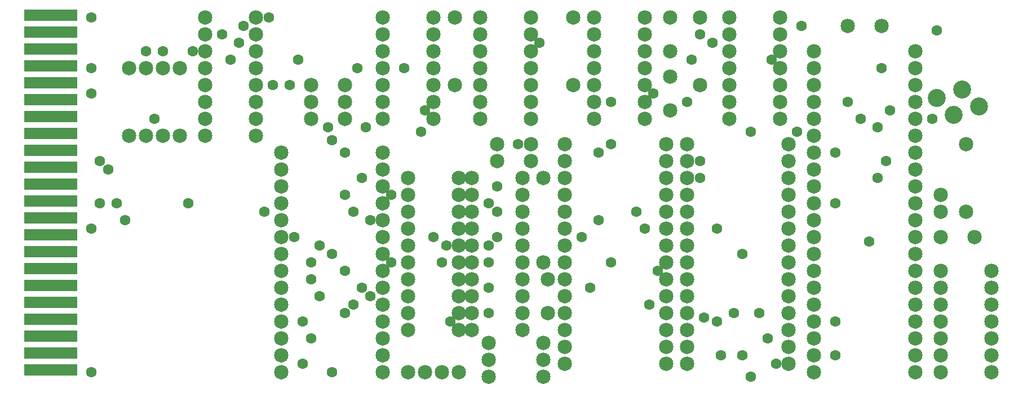
<source format=gbr>
%FSLAX34Y34*%
%MOMM*%
%LNSOLDERMASK_TOP*%
G71*
G01*
%ADD10C,2.160*%
%ADD11C,2.700*%
%ADD12C,1.600*%
%ADD13R,8.000X1.800*%
%LPD*%
X279400Y939800D02*
G54D10*
D03*
X279400Y965200D02*
G54D10*
D03*
X279400Y914400D02*
G54D10*
D03*
X279400Y889000D02*
G54D10*
D03*
X279400Y863600D02*
G54D10*
D03*
X279400Y838200D02*
G54D10*
D03*
X279400Y812800D02*
G54D10*
D03*
X279400Y787400D02*
G54D10*
D03*
X355600Y939800D02*
G54D10*
D03*
X355600Y965200D02*
G54D10*
D03*
X355600Y914400D02*
G54D10*
D03*
X355600Y889000D02*
G54D10*
D03*
X355600Y863600D02*
G54D10*
D03*
X355600Y838200D02*
G54D10*
D03*
X355600Y812800D02*
G54D10*
D03*
X355600Y787400D02*
G54D10*
D03*
X546100Y939800D02*
G54D10*
D03*
X546100Y965200D02*
G54D10*
D03*
X546100Y914400D02*
G54D10*
D03*
X546100Y889000D02*
G54D10*
D03*
X546100Y863600D02*
G54D10*
D03*
X546100Y838200D02*
G54D10*
D03*
X546100Y812800D02*
G54D10*
D03*
X622300Y939800D02*
G54D10*
D03*
X622300Y965200D02*
G54D10*
D03*
X622300Y914400D02*
G54D10*
D03*
X622300Y889000D02*
G54D10*
D03*
X622300Y863600D02*
G54D10*
D03*
X622300Y838200D02*
G54D10*
D03*
X622300Y812800D02*
G54D10*
D03*
X863600Y939800D02*
G54D10*
D03*
X863600Y965200D02*
G54D10*
D03*
X863600Y914400D02*
G54D10*
D03*
X863600Y889000D02*
G54D10*
D03*
X863600Y863600D02*
G54D10*
D03*
X863600Y838200D02*
G54D10*
D03*
X863600Y812800D02*
G54D10*
D03*
X939800Y939800D02*
G54D10*
D03*
X939800Y965200D02*
G54D10*
D03*
X939800Y914400D02*
G54D10*
D03*
X939800Y889000D02*
G54D10*
D03*
X939800Y863600D02*
G54D10*
D03*
X939800Y838200D02*
G54D10*
D03*
X939800Y812800D02*
G54D10*
D03*
X692150Y939800D02*
G54D10*
D03*
X692150Y965200D02*
G54D10*
D03*
X692150Y914400D02*
G54D10*
D03*
X692150Y889000D02*
G54D10*
D03*
X692150Y863600D02*
G54D10*
D03*
X692150Y838200D02*
G54D10*
D03*
X692150Y812800D02*
G54D10*
D03*
X768350Y939800D02*
G54D10*
D03*
X768350Y965200D02*
G54D10*
D03*
X768350Y914400D02*
G54D10*
D03*
X768350Y889000D02*
G54D10*
D03*
X768350Y863600D02*
G54D10*
D03*
X768350Y838200D02*
G54D10*
D03*
X768350Y812800D02*
G54D10*
D03*
X393700Y762000D02*
G54D10*
D03*
X393700Y736600D02*
G54D10*
D03*
X393700Y711200D02*
G54D10*
D03*
X393700Y685800D02*
G54D10*
D03*
X393700Y660400D02*
G54D10*
D03*
X393700Y635000D02*
G54D10*
D03*
X393700Y609600D02*
G54D10*
D03*
X393700Y584200D02*
G54D10*
D03*
X393700Y558800D02*
G54D10*
D03*
X393700Y533400D02*
G54D10*
D03*
X393700Y508000D02*
G54D10*
D03*
X393700Y482600D02*
G54D10*
D03*
X393700Y457200D02*
G54D10*
D03*
X393700Y431800D02*
G54D10*
D03*
X546100Y762000D02*
G54D10*
D03*
X546100Y736600D02*
G54D10*
D03*
X546100Y711200D02*
G54D10*
D03*
X546100Y685800D02*
G54D10*
D03*
X546100Y660400D02*
G54D10*
D03*
X546100Y635000D02*
G54D10*
D03*
X546100Y609600D02*
G54D10*
D03*
X546100Y584200D02*
G54D10*
D03*
X546100Y558800D02*
G54D10*
D03*
X546100Y533400D02*
G54D10*
D03*
X546100Y508000D02*
G54D10*
D03*
X546100Y482600D02*
G54D10*
D03*
X546100Y457200D02*
G54D10*
D03*
X546100Y431800D02*
G54D10*
D03*
X584200Y723900D02*
G54D10*
D03*
X584200Y698500D02*
G54D10*
D03*
X584200Y673100D02*
G54D10*
D03*
X584200Y647700D02*
G54D10*
D03*
X584200Y622300D02*
G54D10*
D03*
X584200Y596900D02*
G54D10*
D03*
X584200Y571500D02*
G54D10*
D03*
X584200Y546100D02*
G54D10*
D03*
X584200Y520700D02*
G54D10*
D03*
X584200Y495300D02*
G54D10*
D03*
X660400Y723900D02*
G54D10*
D03*
X660400Y698500D02*
G54D10*
D03*
X660400Y673100D02*
G54D10*
D03*
X660400Y647700D02*
G54D10*
D03*
X660400Y622300D02*
G54D10*
D03*
X660400Y596900D02*
G54D10*
D03*
X660400Y571500D02*
G54D10*
D03*
X660400Y546100D02*
G54D10*
D03*
X660400Y520700D02*
G54D10*
D03*
X660400Y495300D02*
G54D10*
D03*
X679450Y723900D02*
G54D10*
D03*
X679450Y698500D02*
G54D10*
D03*
X679450Y673100D02*
G54D10*
D03*
X679450Y647700D02*
G54D10*
D03*
X679450Y622300D02*
G54D10*
D03*
X679450Y596900D02*
G54D10*
D03*
X679450Y571500D02*
G54D10*
D03*
X679450Y546100D02*
G54D10*
D03*
X679450Y520700D02*
G54D10*
D03*
X679450Y495300D02*
G54D10*
D03*
X755650Y723900D02*
G54D10*
D03*
X755650Y698500D02*
G54D10*
D03*
X755650Y673100D02*
G54D10*
D03*
X755650Y647700D02*
G54D10*
D03*
X755650Y622300D02*
G54D10*
D03*
X755650Y596900D02*
G54D10*
D03*
X755650Y571500D02*
G54D10*
D03*
X755650Y546100D02*
G54D10*
D03*
X755650Y520700D02*
G54D10*
D03*
X755650Y495300D02*
G54D10*
D03*
X819150Y774700D02*
G54D10*
D03*
X819150Y749300D02*
G54D10*
D03*
X819150Y723900D02*
G54D10*
D03*
X819150Y698500D02*
G54D10*
D03*
X819150Y673100D02*
G54D10*
D03*
X819150Y647700D02*
G54D10*
D03*
X819150Y622300D02*
G54D10*
D03*
X819150Y596900D02*
G54D10*
D03*
X819150Y571500D02*
G54D10*
D03*
X819150Y546100D02*
G54D10*
D03*
X819150Y520700D02*
G54D10*
D03*
X819150Y495300D02*
G54D10*
D03*
X819150Y469900D02*
G54D10*
D03*
X819150Y444500D02*
G54D10*
D03*
X971550Y774700D02*
G54D10*
D03*
X971550Y749300D02*
G54D10*
D03*
X971550Y723900D02*
G54D10*
D03*
X971550Y698500D02*
G54D10*
D03*
X971550Y673100D02*
G54D10*
D03*
X971550Y647700D02*
G54D10*
D03*
X971550Y622300D02*
G54D10*
D03*
X971550Y596900D02*
G54D10*
D03*
X971550Y571500D02*
G54D10*
D03*
X971550Y546100D02*
G54D10*
D03*
X971550Y520700D02*
G54D10*
D03*
X971550Y495300D02*
G54D10*
D03*
X971550Y469900D02*
G54D10*
D03*
X971550Y444500D02*
G54D10*
D03*
X1003300Y774700D02*
G54D10*
D03*
X1003300Y749300D02*
G54D10*
D03*
X1003300Y723900D02*
G54D10*
D03*
X1003300Y698500D02*
G54D10*
D03*
X1003300Y673100D02*
G54D10*
D03*
X1003300Y647700D02*
G54D10*
D03*
X1003300Y622300D02*
G54D10*
D03*
X1003300Y596900D02*
G54D10*
D03*
X1003300Y571500D02*
G54D10*
D03*
X1003300Y546100D02*
G54D10*
D03*
X1003300Y520700D02*
G54D10*
D03*
X1003300Y495300D02*
G54D10*
D03*
X1003300Y469900D02*
G54D10*
D03*
X1003300Y444500D02*
G54D10*
D03*
X1155700Y774700D02*
G54D10*
D03*
X1155700Y749300D02*
G54D10*
D03*
X1155700Y723900D02*
G54D10*
D03*
X1155700Y698500D02*
G54D10*
D03*
X1155700Y673100D02*
G54D10*
D03*
X1155700Y647700D02*
G54D10*
D03*
X1155700Y622300D02*
G54D10*
D03*
X1155700Y596900D02*
G54D10*
D03*
X1155700Y571500D02*
G54D10*
D03*
X1155700Y546100D02*
G54D10*
D03*
X1155700Y520700D02*
G54D10*
D03*
X1155700Y495300D02*
G54D10*
D03*
X1155700Y469900D02*
G54D10*
D03*
X1155700Y444500D02*
G54D10*
D03*
X1066800Y939800D02*
G54D10*
D03*
X1066800Y965200D02*
G54D10*
D03*
X1066800Y914400D02*
G54D10*
D03*
X1066800Y889000D02*
G54D10*
D03*
X1066800Y863600D02*
G54D10*
D03*
X1066800Y838200D02*
G54D10*
D03*
X1066800Y812800D02*
G54D10*
D03*
X1143000Y939800D02*
G54D10*
D03*
X1143000Y965200D02*
G54D10*
D03*
X1143000Y914400D02*
G54D10*
D03*
X1143000Y889000D02*
G54D10*
D03*
X1143000Y863600D02*
G54D10*
D03*
X1143000Y838200D02*
G54D10*
D03*
X1143000Y812800D02*
G54D10*
D03*
X1193800Y914400D02*
G54D10*
D03*
X1193800Y889000D02*
G54D10*
D03*
X1193800Y863600D02*
G54D10*
D03*
X1193800Y838200D02*
G54D10*
D03*
X1193800Y812800D02*
G54D10*
D03*
X1193800Y787400D02*
G54D10*
D03*
X1193800Y762000D02*
G54D10*
D03*
X1193800Y736600D02*
G54D10*
D03*
X1193800Y711200D02*
G54D10*
D03*
X1193800Y685800D02*
G54D10*
D03*
X1193800Y660400D02*
G54D10*
D03*
X1193800Y635000D02*
G54D10*
D03*
X1193800Y609600D02*
G54D10*
D03*
X1193800Y584200D02*
G54D10*
D03*
X1346200Y914400D02*
G54D10*
D03*
X1346200Y889000D02*
G54D10*
D03*
X1346200Y863600D02*
G54D10*
D03*
X1346200Y838200D02*
G54D10*
D03*
X1346200Y812800D02*
G54D10*
D03*
X1346200Y787400D02*
G54D10*
D03*
X1346200Y762000D02*
G54D10*
D03*
X1346200Y736600D02*
G54D10*
D03*
X1346200Y711200D02*
G54D10*
D03*
X1346200Y685800D02*
G54D10*
D03*
X1346200Y660400D02*
G54D10*
D03*
X1346200Y635000D02*
G54D10*
D03*
X1346200Y609600D02*
G54D10*
D03*
X1346200Y584200D02*
G54D10*
D03*
X1193800Y558800D02*
G54D10*
D03*
X1193800Y533400D02*
G54D10*
D03*
X1193800Y508000D02*
G54D10*
D03*
X1193800Y482600D02*
G54D10*
D03*
X1193800Y457200D02*
G54D10*
D03*
X1193800Y431800D02*
G54D10*
D03*
X1346200Y558800D02*
G54D10*
D03*
X1346200Y533400D02*
G54D10*
D03*
X1346200Y508000D02*
G54D10*
D03*
X1346200Y482600D02*
G54D10*
D03*
X1346200Y457200D02*
G54D10*
D03*
X1346200Y431800D02*
G54D10*
D03*
X1384300Y584200D02*
G54D10*
D03*
X1384300Y558800D02*
G54D10*
D03*
X1384300Y533400D02*
G54D10*
D03*
X1384300Y508000D02*
G54D10*
D03*
X1384300Y482600D02*
G54D10*
D03*
X1384300Y457200D02*
G54D10*
D03*
X1384300Y431800D02*
G54D10*
D03*
X1460500Y584200D02*
G54D10*
D03*
X1460500Y558800D02*
G54D10*
D03*
X1460500Y533400D02*
G54D10*
D03*
X1460500Y508000D02*
G54D10*
D03*
X1460500Y482600D02*
G54D10*
D03*
X1460500Y457200D02*
G54D10*
D03*
X1460500Y431800D02*
G54D10*
D03*
X165100Y889000D02*
G54D10*
D03*
X190500Y889000D02*
G54D10*
D03*
X215900Y889000D02*
G54D10*
D03*
X241300Y889000D02*
G54D10*
D03*
X165100Y787400D02*
G54D10*
D03*
X190500Y787400D02*
G54D10*
D03*
X215900Y787400D02*
G54D10*
D03*
X241300Y787400D02*
G54D10*
D03*
X438150Y863600D02*
G54D10*
D03*
X438150Y838200D02*
G54D10*
D03*
X438150Y812800D02*
G54D10*
D03*
X488950Y812800D02*
G54D10*
D03*
X488950Y838200D02*
G54D10*
D03*
X488950Y863600D02*
G54D10*
D03*
X654050Y965200D02*
G54D10*
D03*
X654050Y863600D02*
G54D10*
D03*
X831850Y965200D02*
G54D10*
D03*
X831850Y863600D02*
G54D10*
D03*
X977900Y965200D02*
G54D10*
D03*
X1022350Y965200D02*
G54D10*
D03*
X977900Y914400D02*
G54D10*
D03*
X977900Y876300D02*
G54D10*
D03*
X1022350Y863600D02*
G54D10*
D03*
X977900Y825500D02*
G54D10*
D03*
X717550Y774700D02*
G54D10*
D03*
X717550Y749300D02*
G54D10*
D03*
X768350Y774700D02*
G54D10*
D03*
X768350Y749300D02*
G54D10*
D03*
X787400Y723900D02*
G54D10*
D03*
X787400Y596900D02*
G54D10*
D03*
X793750Y571500D02*
G54D10*
D03*
X1244600Y952500D02*
G54D10*
D03*
X1295400Y952500D02*
G54D10*
D03*
X1422400Y774700D02*
G54D10*
D03*
X1384300Y698500D02*
G54D10*
D03*
X1384300Y673100D02*
G54D10*
D03*
X1422400Y673100D02*
G54D10*
D03*
X1435100Y635000D02*
G54D10*
D03*
X1384300Y635000D02*
G54D10*
D03*
X793750Y520700D02*
G54D10*
D03*
X787400Y476250D02*
G54D10*
D03*
X787400Y450850D02*
G54D10*
D03*
X787400Y425450D02*
G54D10*
D03*
X704850Y425450D02*
G54D10*
D03*
X704850Y450850D02*
G54D10*
D03*
X704850Y476250D02*
G54D10*
D03*
X660400Y431800D02*
G54D10*
D03*
X635000Y431800D02*
G54D10*
D03*
X609600Y431800D02*
G54D10*
D03*
X584200Y431800D02*
G54D10*
D03*
X1416050Y857250D02*
G54D11*
D03*
X1377950Y844550D02*
G54D11*
D03*
X1441450Y831850D02*
G54D11*
D03*
X1403350Y819150D02*
G54D11*
D03*
X190500Y914400D02*
G54D12*
D03*
X215900Y914400D02*
G54D12*
D03*
X260350Y914400D02*
G54D12*
D03*
X107950Y889000D02*
G54D12*
D03*
X107950Y965200D02*
G54D12*
D03*
X304800Y939800D02*
G54D12*
D03*
X317500Y901700D02*
G54D12*
D03*
X107950Y850900D02*
G54D12*
D03*
X203200Y812800D02*
G54D12*
D03*
X120650Y749300D02*
G54D12*
D03*
X133350Y736600D02*
G54D12*
D03*
X120650Y685800D02*
G54D12*
D03*
X146050Y685800D02*
G54D12*
D03*
X254000Y685800D02*
G54D12*
D03*
X107950Y647700D02*
G54D12*
D03*
X158750Y660400D02*
G54D12*
D03*
X368300Y673100D02*
G54D12*
D03*
X488950Y698500D02*
G54D12*
D03*
X514350Y723900D02*
G54D12*
D03*
X488950Y762000D02*
G54D12*
D03*
X469900Y781050D02*
G54D12*
D03*
X463550Y800100D02*
G54D12*
D03*
X520700Y800100D02*
G54D12*
D03*
X558800Y698500D02*
G54D12*
D03*
X527050Y660400D02*
G54D12*
D03*
X501650Y673100D02*
G54D12*
D03*
X469900Y609600D02*
G54D12*
D03*
X450850Y622300D02*
G54D12*
D03*
X412750Y635000D02*
G54D12*
D03*
X438150Y596900D02*
G54D12*
D03*
X438150Y571500D02*
G54D12*
D03*
X488950Y584200D02*
G54D12*
D03*
X514350Y558800D02*
G54D12*
D03*
X527050Y546100D02*
G54D12*
D03*
X450850Y546100D02*
G54D12*
D03*
X501650Y533400D02*
G54D12*
D03*
X488950Y520700D02*
G54D12*
D03*
X425450Y508000D02*
G54D12*
D03*
X438150Y482600D02*
G54D12*
D03*
X425450Y444500D02*
G54D12*
D03*
X469900Y431800D02*
G54D12*
D03*
X647700Y508000D02*
G54D12*
D03*
X558800Y596900D02*
G54D12*
D03*
X635000Y596900D02*
G54D12*
D03*
X641350Y622300D02*
G54D12*
D03*
X622300Y635000D02*
G54D12*
D03*
X704850Y520700D02*
G54D12*
D03*
X704850Y558800D02*
G54D12*
D03*
X704850Y596900D02*
G54D12*
D03*
X704850Y622300D02*
G54D12*
D03*
X717550Y635000D02*
G54D12*
D03*
X717550Y673100D02*
G54D12*
D03*
X704850Y685800D02*
G54D12*
D03*
X717550Y711200D02*
G54D12*
D03*
X749300Y774700D02*
G54D12*
D03*
X869950Y762000D02*
G54D12*
D03*
X889000Y774700D02*
G54D12*
D03*
X939800Y647700D02*
G54D12*
D03*
X927100Y673100D02*
G54D12*
D03*
X869950Y660400D02*
G54D12*
D03*
X844550Y635000D02*
G54D12*
D03*
X889000Y596900D02*
G54D12*
D03*
X857250Y558800D02*
G54D12*
D03*
X603250Y793750D02*
G54D12*
D03*
X609600Y825500D02*
G54D12*
D03*
X107950Y431800D02*
G54D12*
D03*
X330200Y927100D02*
G54D12*
D03*
X336550Y952500D02*
G54D12*
D03*
X374650Y965200D02*
G54D12*
D03*
X381000Y863600D02*
G54D12*
D03*
X406400Y863600D02*
G54D12*
D03*
X419100Y901700D02*
G54D12*
D03*
X508000Y889000D02*
G54D12*
D03*
X577850Y889000D02*
G54D12*
D03*
X781050Y927100D02*
G54D12*
D03*
X889000Y838200D02*
G54D12*
D03*
X1022350Y939800D02*
G54D12*
D03*
X1041400Y927100D02*
G54D12*
D03*
X1009650Y901700D02*
G54D12*
D03*
X952500Y850900D02*
G54D12*
D03*
X1003300Y838200D02*
G54D12*
D03*
X1098550Y793750D02*
G54D12*
D03*
X1130300Y901700D02*
G54D12*
D03*
X1174750Y952500D02*
G54D12*
D03*
X1377950Y946150D02*
G54D12*
D03*
X1295400Y889000D02*
G54D12*
D03*
X1244600Y838200D02*
G54D12*
D03*
X1263650Y812800D02*
G54D12*
D03*
X1308100Y825500D02*
G54D12*
D03*
X1289050Y800100D02*
G54D12*
D03*
X1168400Y793750D02*
G54D12*
D03*
X1371600Y812800D02*
G54D12*
D03*
X1301750Y749300D02*
G54D12*
D03*
X1289050Y723900D02*
G54D12*
D03*
X1225550Y762000D02*
G54D12*
D03*
X1225550Y685800D02*
G54D12*
D03*
X1276350Y628650D02*
G54D12*
D03*
X1047750Y647700D02*
G54D12*
D03*
X1085850Y609600D02*
G54D12*
D03*
X1022350Y723900D02*
G54D12*
D03*
X1022350Y749300D02*
G54D12*
D03*
X958850Y584200D02*
G54D12*
D03*
X946150Y533400D02*
G54D12*
D03*
X1028700Y514350D02*
G54D12*
D03*
X1047750Y508000D02*
G54D12*
D03*
X1073150Y520700D02*
G54D12*
D03*
X1111250Y520700D02*
G54D12*
D03*
X1225550Y508000D02*
G54D12*
D03*
X1054100Y457200D02*
G54D12*
D03*
X1085850Y457200D02*
G54D12*
D03*
X1098550Y425450D02*
G54D12*
D03*
X1136650Y444500D02*
G54D12*
D03*
X1123950Y482600D02*
G54D12*
D03*
X1225550Y457200D02*
G54D12*
D03*
X47625Y968375D02*
G54D13*
D03*
X47625Y942975D02*
G54D13*
D03*
X47625Y917575D02*
G54D13*
D03*
X47625Y892175D02*
G54D13*
D03*
X47625Y866775D02*
G54D13*
D03*
X47625Y841375D02*
G54D13*
D03*
X47625Y815975D02*
G54D13*
D03*
X47625Y790575D02*
G54D13*
D03*
X47625Y765175D02*
G54D13*
D03*
X47625Y739775D02*
G54D13*
D03*
X47625Y714375D02*
G54D13*
D03*
X47625Y688975D02*
G54D13*
D03*
X47625Y663575D02*
G54D13*
D03*
X47625Y638175D02*
G54D13*
D03*
X47625Y612775D02*
G54D13*
D03*
X47625Y587375D02*
G54D13*
D03*
X47625Y561975D02*
G54D13*
D03*
X47625Y536575D02*
G54D13*
D03*
X47625Y511175D02*
G54D13*
D03*
X47625Y485775D02*
G54D13*
D03*
X47625Y460375D02*
G54D13*
D03*
X47625Y434975D02*
G54D13*
D03*
M02*

</source>
